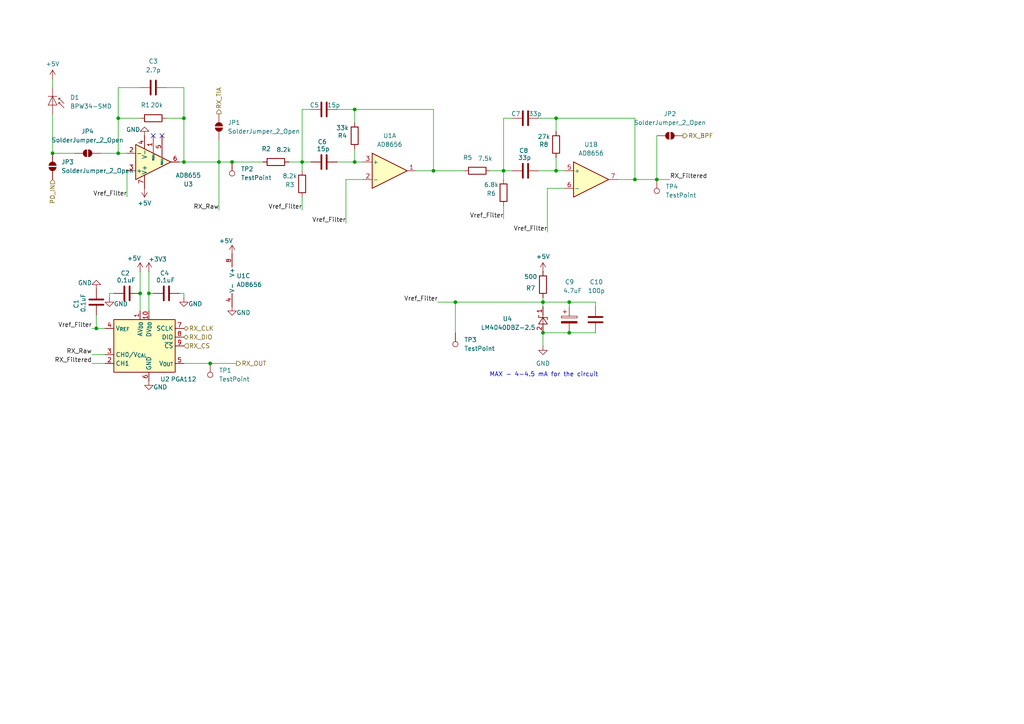
<source format=kicad_sch>
(kicad_sch (version 20250114) (generator "eeschema") (generator_version "9.0")
  (paper "A4")
  (lib_symbols
    (symbol "Amplifier_Operational:AD8655" (pin_names (offset 0.127))
      (property "Reference" "U" (at 0 6.35 0))
      (property "Value" "AD8655" (at 0 3.81 0))
      (symbol "AD8655_0_1"
        (polyline (pts (xy -5.08 5.08) (xy 5.08 0) (xy -5.08 -5.08) (xy -5.08 5.08)) (stroke (width 0.254)) (fill (type background)))
      )
      (symbol "AD8655_1_1"
        (pin input line (at -7.62 2.54 0) (length 2.54) (name "+") (number "3"))
        (pin input line (at -7.62 -2.54 0) (length 2.54) (name "-") (number "2"))
        (pin power_in line (at -2.54 7.62 270) (length 3.81) (name "V+") (number "7"))
        (pin power_in line (at -2.54 -7.62 90) (length 3.81) (name "V-") (number "4"))
        (pin no_connect line (at 0 2.54 270) (length 2.54) (hide yes) (name "NC") (number "8"))
        (pin input line (at 0 -7.62 90) (length 5.08) (name "NULL") (number "1"))
        (pin input line (at 2.54 -7.62 90) (length 6.35) (name "NULL") (number "5"))
        (pin output line (at 7.62 0 180) (length 2.54) (name "~") (number "6"))
      )
    )
    (symbol "Amplifier_Operational:AD8656" (pin_names (offset 0.127))
      (property "Reference" "U" (at 0 5.08 0))
      (property "Value" "AD8656" (at 0 -5.08 0))
      (symbol "AD8656_1_1"
        (polyline (pts (xy -5.08 5.08) (xy 5.08 0) (xy -5.08 -5.08) (xy -5.08 5.08)) (stroke (width 0.254)) (fill (type background)))
        (pin input line (at -7.62 2.54 0) (length 2.54) (name "+") (number "3"))
        (pin input line (at -7.62 -2.54 0) (length 2.54) (name "-") (number "2"))
        (pin output line (at 7.62 0 180) (length 2.54) (name "~") (number "1"))
      )
      (symbol "AD8656_2_1"
        (polyline (pts (xy -5.08 5.08) (xy 5.08 0) (xy -5.08 -5.08) (xy -5.08 5.08)) (stroke (width 0.254)) (fill (type background)))
        (pin input line (at -7.62 2.54 0) (length 2.54) (name "+") (number "5"))
        (pin input line (at -7.62 -2.54 0) (length 2.54) (name "-") (number "6"))
        (pin output line (at 7.62 0 180) (length 2.54) (name "~") (number "7"))
      )
      (symbol "AD8656_3_1"
        (pin power_in line (at -2.54 7.62 270) (length 3.81) (name "V+") (number "8"))
        (pin power_in line (at -2.54 -7.62 90) (length 3.81) (name "V-") (number "4"))
      )
    )
    (symbol "Analog:PGA112"
      (property "Reference" "U" (at -8.89 8.89 0))
      (property "Value" "PGA112" (at 7.62 8.89 0))
      (symbol "PGA112_0_1"
        (rectangle (start -10.16 7.62) (end 7.62 -7.62) (stroke (width 0.254)) (fill (type background)))
      )
      (symbol "PGA112_1_1"
        (pin input line (at -12.7 5.08 0) (length 2.54) (name "V_{REF}") (number "4"))
        (pin input line (at -12.7 -2.54 0) (length 2.54) (name "CH0/V_{CAL}") (number "3"))
        (pin input line (at -12.7 -5.08 0) (length 2.54) (name "CH1") (number "2"))
        (pin power_in line (at -2.54 10.16 270) (length 2.54) (name "AV_{DD}") (number "1"))
        (pin power_in line (at 0 10.16 270) (length 2.54) (name "DV_{DD}") (number "10"))
        (pin power_in line (at 0 -10.16 90) (length 2.54) (name "GND") (number "6"))
        (pin input line (at 10.16 5.08 180) (length 2.54) (name "SCLK") (number "7"))
        (pin bidirectional line (at 10.16 2.54 180) (length 2.54) (name "DIO") (number "8"))
        (pin input line (at 10.16 0 180) (length 2.54) (name "~{CS}") (number "9"))
        (pin output line (at 10.16 -5.08 180) (length 2.54) (name "V_{OUT}") (number "5"))
      )
    )
    (symbol "Connector:TestPoint" (pin_numbers (hide yes)) (pin_names (offset 0.762) (hide yes))
      (property "Reference" "TP" (at 0 6.858 0))
      (property "Value" "TestPoint" (at 0 5.08 0))
      (symbol "TestPoint_0_1"
        (circle (center 0 3.302) (radius 0.762))
      )
      (symbol "TestPoint_1_1"
        (pin passive line (at 0 0 90) (length 2.54) (name "1") (number "1"))
      )
    )
    (symbol "Device:C" (pin_numbers (hide yes)) (pin_names (offset 0.254))
      (property "Reference" "C" (at 0.635 2.54 0))
      (property "Value" "C" (at 0.635 -2.54 0))
      (symbol "C_0_1"
        (polyline (pts (xy -2.032 0.762) (xy 2.032 0.762)) (stroke (width 0.508)))
        (polyline (pts (xy -2.032 -0.762) (xy 2.032 -0.762)) (stroke (width 0.508)))
      )
      (symbol "C_1_1"
        (pin passive line (at 0 3.81 270) (length 2.794) (name "~") (number "1"))
        (pin passive line (at 0 -3.81 90) (length 2.794) (name "~") (number "2"))
      )
    )
    (symbol "Device:C_Polarized" (pin_numbers (hide yes)) (pin_names (offset 0.254))
      (property "Reference" "C" (at 0.635 2.54 0))
      (property "Value" "C_Polarized" (at 0.635 -2.54 0))
      (symbol "C_Polarized_0_1"
        (rectangle (start -2.286 0.508) (end 2.286 1.016))
        (polyline (pts (xy -1.778 2.286) (xy -0.762 2.286)))
        (polyline (pts (xy -1.27 2.794) (xy -1.27 1.778)))
        (rectangle (start 2.286 -0.508) (end -2.286 -1.016) (fill (type outline)))
      )
      (symbol "C_Polarized_1_1"
        (pin passive line (at 0 3.81 270) (length 2.794) (name "~") (number "1"))
        (pin passive line (at 0 -3.81 90) (length 2.794) (name "~") (number "2"))
      )
    )
    (symbol "Device:R" (pin_numbers (hide yes)) (pin_names (offset 0))
      (property "Reference" "R" (at 2.032 0 90))
      (property "Value" "R" (at 0 0 90))
      (symbol "R_0_1"
        (rectangle (start -1.016 -2.54) (end 1.016 2.54) (stroke (width 0.254)))
      )
      (symbol "R_1_1"
        (pin passive line (at 0 3.81 270) (length 1.27) (name "~") (number "1"))
        (pin passive line (at 0 -3.81 90) (length 1.27) (name "~") (number "2"))
      )
    )
    (symbol "Jumper:SolderJumper_2_Open" (pin_numbers (hide yes)) (pin_names (offset 0) (hide yes)) (in_bom no)
      (property "Reference" "JP" (at 0 2.032 0))
      (property "Value" "SolderJumper_2_Open" (at 0 -2.54 0))
      (symbol "SolderJumper_2_Open_0_1"
        (polyline (pts (xy -0.254 1.016) (xy -0.254 -1.016)))
        (arc (start -0.254 -1.016) (mid -1.2656 0) (end -0.254 1.016))
        (arc (start -0.254 -1.016) (mid -1.2656 0) (end -0.254 1.016) (fill (type outline)))
        (arc (start 0.254 1.016) (mid 1.2656 0) (end 0.254 -1.016))
        (arc (start 0.254 1.016) (mid 1.2656 0) (end 0.254 -1.016) (fill (type outline)))
        (polyline (pts (xy 0.254 1.016) (xy 0.254 -1.016)))
      )
      (symbol "SolderJumper_2_Open_1_1"
        (pin passive line (at -3.81 0 0) (length 2.54) (name "A") (number "1"))
        (pin passive line (at 3.81 0 180) (length 2.54) (name "B") (number "2"))
      )
    )
    (symbol "Reference_Voltage:LM4040DBZ-2.5" (pin_names (offset 0.0254) (hide yes))
      (property "Reference" "U" (at 0 2.54 0))
      (property "Value" "LM4040DBZ-2.5" (at 0 -3.175 0))
      (symbol "LM4040DBZ-2.5_0_1"
        (polyline (pts (xy -1.27 0) (xy 0 0) (xy 1.27 0)))
        (polyline (pts (xy -1.27 -1.27) (xy 0.635 0) (xy -1.27 1.27) (xy -1.27 -1.27)) (stroke (width 0.2032)))
        (polyline (pts (xy 0 -1.27) (xy 0.635 -1.27) (xy 0.635 1.27) (xy 1.27 1.27)) (stroke (width 0.2032)))
      )
      (symbol "LM4040DBZ-2.5_1_1"
        (pin passive line (at -3.81 0 0) (length 2.54) (name "A") (number "2"))
        (pin no_connect line (at -1.27 0 0) (length 2.54) (hide yes) (name "NC") (number "3"))
        (pin passive line (at 3.81 0 180) (length 2.54) (name "K") (number "1"))
      )
    )
    (symbol "Sensor_Optical:BPW34-SMD" (pin_numbers (hide yes)) (pin_names (offset 1.016) (hide yes))
      (property "Reference" "D" (at 0.508 1.778 0))
      (property "Value" "BPW34-SMD" (at -1.016 -2.794 0))
      (symbol "BPW34-SMD_0_1"
        (polyline (pts (xy -2.54 1.27) (xy -2.54 -1.27)) (stroke (width 0.1524)))
        (polyline (pts (xy -2.032 1.778) (xy -1.524 1.778)))
        (polyline (pts (xy -0.508 3.302) (xy -2.032 1.778) (xy -2.032 2.286)))
        (polyline (pts (xy 0 1.27) (xy -2.54 0) (xy 0 -1.27)))
        (polyline (pts (xy 0 0) (xy -2.54 0)))
        (polyline (pts (xy 0 -1.27) (xy 0 1.27)))
        (polyline (pts (xy 0.762 3.302) (xy -0.762 1.778) (xy -0.762 2.286) (xy -0.762 1.778) (xy -0.254 1.778)))
      )
      (symbol "BPW34-SMD_1_1"
        (pin passive line (at -5.08 0 0) (length 2.54) (name "K") (number "1"))
        (pin passive line (at 2.54 0 180) (length 2.54) (name "A") (number "2"))
      )
    )
    (symbol "power:+3V3" (power) (pin_numbers (hide yes)) (pin_names (offset 0) (hide yes))
      (property "Value" "+3V3" (at 0 3.556 0))
      (symbol "+3V3_0_1"
        (polyline (pts (xy -0.762 1.27) (xy 0 2.54)))
        (polyline (pts (xy 0 2.54) (xy 0.762 1.27)))
        (polyline (pts (xy 0 0) (xy 0 2.54)))
      )
      (symbol "+3V3_1_1"
        (pin power_in line (at 0 0 90) (length 0) (name "~") (number "1"))
      )
    )
    (symbol "power:+5V" (power) (pin_numbers (hide yes)) (pin_names (offset 0) (hide yes))
      (property "Value" "+5V" (at 0 3.556 0))
      (symbol "+5V_0_1"
        (polyline (pts (xy -0.762 1.27) (xy 0 2.54)))
        (polyline (pts (xy 0 2.54) (xy 0.762 1.27)))
        (polyline (pts (xy 0 0) (xy 0 2.54)))
      )
      (symbol "+5V_1_1"
        (pin power_in line (at 0 0 90) (length 0) (name "~") (number "1"))
      )
    )
    (symbol "power:GND" (power) (pin_numbers (hide yes)) (pin_names (offset 0) (hide yes))
      (property "Value" "GND" (at 0 -3.81 0))
      (symbol "GND_0_1"
        (polyline (pts (xy 0 0) (xy 0 -1.27) (xy 1.27 -1.27) (xy 0 -2.54) (xy -1.27 -1.27) (xy 0 -1.27)))
      )
      (symbol "GND_1_1"
        (pin power_in line (at 0 0 270) (length 0) (name "~") (number "1"))
      )
    )
  )
  (text "MAX - 4-4.5 mA for the circuit" (at 157.734 108.712 0) (effects (font (size 1.27 1.27))))
  (junction (at 157.48 96.52))
  (junction (at 132.08 87.63))
  (junction (at 63.5 46.99))
  (junction (at 43.18 85.09))
  (junction (at 53.34 34.29))
  (junction (at 60.96 105.41))
  (junction (at 27.94 95.25))
  (junction (at 87.63 46.99))
  (junction (at 161.29 34.29))
  (junction (at 165.1 87.63))
  (junction (at 165.1 96.52))
  (junction (at 67.31 46.99))
  (junction (at 157.48 87.63))
  (junction (at 15.24 44.45))
  (junction (at 40.64 85.09))
  (junction (at 102.87 31.75))
  (junction (at 34.29 44.45))
  (junction (at 125.73 49.53))
  (junction (at 53.34 46.99))
  (junction (at 146.05 49.53))
  (junction (at 184.15 52.07))
  (junction (at 102.87 46.99))
  (junction (at 34.29 34.29))
  (junction (at 190.5 52.07))
  (junction (at 161.29 49.53))
  (no_connect (at 46.99 39.37))
  (no_connect (at 44.45 39.37))
  (wire (pts (xy 29.21 44.45) (xy 34.29 44.45)))
  (wire (pts (xy 161.29 34.29) (xy 161.29 38.1)))
  (wire (pts (xy 53.34 34.29) (xy 53.34 46.99)))
  (wire (pts (xy 34.29 25.4) (xy 34.29 34.29)))
  (wire (pts (xy 48.26 25.4) (xy 53.34 25.4)))
  (wire (pts (xy 40.64 25.4) (xy 34.29 25.4)))
  (wire (pts (xy 100.33 52.07) (xy 100.33 64.77)))
  (wire (pts (xy 53.34 46.99) (xy 63.5 46.99)))
  (wire (pts (xy 146.05 59.69) (xy 146.05 63.5)))
  (wire (pts (xy 165.1 87.63) (xy 157.48 87.63)))
  (wire (pts (xy 158.75 54.61) (xy 158.75 67.31)))
  (wire (pts (xy 97.79 31.75) (xy 102.87 31.75)))
  (wire (pts (xy 184.15 34.29) (xy 184.15 52.07)))
  (wire (pts (xy 53.34 86.36) (xy 53.34 85.09)))
  (wire (pts (xy 102.87 31.75) (xy 125.73 31.75)))
  (wire (pts (xy 43.18 78.74) (xy 43.18 85.09)))
  (wire (pts (xy 125.73 31.75) (xy 125.73 49.53)))
  (wire (pts (xy 36.83 49.53) (xy 36.83 57.15)))
  (wire (pts (xy 97.79 46.99) (xy 102.87 46.99)))
  (wire (pts (xy 40.64 34.29) (xy 34.29 34.29)))
  (wire (pts (xy 53.34 85.09) (xy 52.07 85.09)))
  (wire (pts (xy 63.5 40.64) (xy 63.5 46.99)))
  (wire (pts (xy 102.87 46.99) (xy 105.41 46.99)))
  (wire (pts (xy 36.83 44.45) (xy 34.29 44.45)))
  (wire (pts (xy 179.07 52.07) (xy 184.15 52.07)))
  (wire (pts (xy 40.64 85.09) (xy 40.64 90.17)))
  (wire (pts (xy 53.34 46.99) (xy 52.07 46.99)))
  (wire (pts (xy 15.24 22.86) (xy 15.24 25.4)))
  (wire (pts (xy 146.05 49.53) (xy 148.59 49.53)))
  (wire (pts (xy 87.63 49.53) (xy 87.63 46.99)))
  (wire (pts (xy 26.67 105.41) (xy 30.48 105.41)))
  (wire (pts (xy 63.5 46.99) (xy 67.31 46.99)))
  (wire (pts (xy 27.94 95.25) (xy 30.48 95.25)))
  (wire (pts (xy 161.29 45.72) (xy 161.29 49.53)))
  (wire (pts (xy 102.87 31.75) (xy 102.87 35.56)))
  (wire (pts (xy 190.5 39.37) (xy 190.5 52.07)))
  (wire (pts (xy 40.64 78.74) (xy 40.64 85.09)))
  (wire (pts (xy 142.24 49.53) (xy 146.05 49.53)))
  (wire (pts (xy 87.63 57.15) (xy 87.63 60.96)))
  (wire (pts (xy 63.5 46.99) (xy 63.5 60.96)))
  (wire (pts (xy 125.73 49.53) (xy 134.62 49.53)))
  (wire (pts (xy 165.1 96.52) (xy 172.72 96.52)))
  (wire (pts (xy 83.82 46.99) (xy 87.63 46.99)))
  (wire (pts (xy 172.72 87.63) (xy 165.1 87.63)))
  (wire (pts (xy 161.29 34.29) (xy 184.15 34.29)))
  (wire (pts (xy 161.29 49.53) (xy 163.83 49.53)))
  (wire (pts (xy 132.08 87.63) (xy 132.08 96.52)))
  (wire (pts (xy 60.96 105.41) (xy 53.34 105.41)))
  (wire (pts (xy 102.87 43.18) (xy 102.87 46.99)))
  (wire (pts (xy 31.75 86.36) (xy 31.75 85.09)))
  (wire (pts (xy 148.59 34.29) (xy 146.05 34.29)))
  (wire (pts (xy 15.24 44.45) (xy 15.24 33.02)))
  (wire (pts (xy 87.63 31.75) (xy 87.63 46.99)))
  (wire (pts (xy 53.34 25.4) (xy 53.34 34.29)))
  (wire (pts (xy 156.21 49.53) (xy 161.29 49.53)))
  (wire (pts (xy 157.48 96.52) (xy 165.1 96.52)))
  (wire (pts (xy 127 87.63) (xy 132.08 87.63)))
  (wire (pts (xy 26.67 102.87) (xy 30.48 102.87)))
  (wire (pts (xy 68.58 105.41) (xy 60.96 105.41)))
  (wire (pts (xy 165.1 88.9) (xy 165.1 87.63)))
  (wire (pts (xy 146.05 52.07) (xy 146.05 49.53)))
  (wire (pts (xy 15.24 44.45) (xy 21.59 44.45)))
  (wire (pts (xy 26.67 95.25) (xy 27.94 95.25)))
  (wire (pts (xy 157.48 87.63) (xy 157.48 86.36)))
  (wire (pts (xy 190.5 52.07) (xy 194.31 52.07)))
  (wire (pts (xy 31.75 85.09) (xy 33.02 85.09)))
  (wire (pts (xy 43.18 85.09) (xy 43.18 90.17)))
  (wire (pts (xy 146.05 34.29) (xy 146.05 49.53)))
  (wire (pts (xy 87.63 46.99) (xy 90.17 46.99)))
  (wire (pts (xy 184.15 52.07) (xy 190.5 52.07)))
  (wire (pts (xy 34.29 34.29) (xy 34.29 44.45)))
  (wire (pts (xy 132.08 87.63) (xy 157.48 87.63)))
  (wire (pts (xy 67.31 46.99) (xy 76.2 46.99)))
  (wire (pts (xy 120.65 49.53) (xy 125.73 49.53)))
  (wire (pts (xy 157.48 96.52) (xy 157.48 100.33)))
  (wire (pts (xy 157.48 88.9) (xy 157.48 87.63)))
  (wire (pts (xy 172.72 88.9) (xy 172.72 87.63)))
  (wire (pts (xy 158.75 54.61) (xy 163.83 54.61)))
  (wire (pts (xy 48.26 34.29) (xy 53.34 34.29)))
  (wire (pts (xy 90.17 31.75) (xy 87.63 31.75)))
  (wire (pts (xy 27.94 91.44) (xy 27.94 95.25)))
  (wire (pts (xy 100.33 52.07) (xy 105.41 52.07)))
  (wire (pts (xy 44.45 85.09) (xy 43.18 85.09)))
  (wire (pts (xy 156.21 34.29) (xy 161.29 34.29)))
  (label "Vref_Filter" (at 87.63 60.96 180))
  (label "Vref_Filter" (at 158.75 67.31 180))
  (label "Vref_Filter" (at 100.33 64.77 180))
  (label "RX_Raw" (at 63.5 60.96 180))
  (label "RX_Filtered" (at 26.67 105.41 180))
  (label "Vref_Filter" (at 26.67 95.25 180))
  (label "RX_Raw" (at 26.67 102.87 180))
  (label "Vref_Filter" (at 127 87.63 180))
  (label "RX_Filtered" (at 194.31 52.07 0))
  (label "Vref_Filter" (at 36.83 57.15 180))
  (label "Vref_Filter" (at 146.05 63.5 180))
  (hierarchical_label "RX_OUT" (shape output) (at 68.58 105.41 0))
  (hierarchical_label "RX_DIO" (shape bidirectional) (at 53.34 97.79 0))
  (hierarchical_label "RX_CS" (shape input) (at 53.34 100.33 0))
  (hierarchical_label "PD_IN" (shape input) (at 15.24 52.07 270))
  (hierarchical_label "RX_TIA" (shape output) (at 63.5 33.02 90))
  (hierarchical_label "RX_CLK" (shape bidirectional) (at 53.34 95.25 0))
  (hierarchical_label "RX_BPF" (shape output) (at 198.12 39.37 0))
  (symbol (lib_id "Device:C") (at 152.4 49.53 90) (unit 1)
    (property "Reference" "C8" (at 151.892 43.688 90))
    (property "Value" "33p" (at 152.146 45.72 90))
    (property "Description" "Unpolarized capacitor" (effects (hide yes)))
  )
  (symbol (lib_id "power:GND") (at 157.48 100.33 0) (unit 1) (in_bom no) (on_board no)
    (property "Reference" "#PWR013" (effects (hide yes)))
    (property "Value" "GND" (at 157.48 105.41 0))
    (property "Description" "Power symbol creates a global label with name \"GND\" , ground" (effects (hide yes)))
  )
  (symbol (lib_id "Device:C") (at 152.4 34.29 90) (unit 1)
    (property "Reference" "C7" (at 149.606 33.02 90))
    (property "Value" "33p" (at 155.194 33.02 90))
    (property "Description" "Unpolarized capacitor" (effects (hide yes)))
  )
  (symbol (lib_id "Device:R") (at 44.45 34.29 90) (unit 1)
    (property "Reference" "R1" (at 42.164 30.48 90))
    (property "Value" "20k" (at 45.466 30.48 90))
    (property "Description" "Resistor" (effects (hide yes)))
  )
  (symbol (lib_id "Amplifier_Operational:AD8656") (at 113.03 49.53 0) (unit 1)
    (property "Reference" "U1" (at 113.03 39.37 0))
    (property "Value" "AD8656" (at 113.03 41.91 0))
    (property "Datasheet" "https://www.analog.com/media/en/technical-documentation/data-sheets/ad8655_8656.pdf" (effects (hide yes)))
    (property "Description" "Dual Low Noise, Precision CMOS Amplifier" (effects (hide yes)))
  )
  (symbol (lib_id "power:+5V") (at 41.91 54.61 180) (unit 1) (in_bom no) (on_board no)
    (property "Reference" "#PWR08" (effects (hide yes)))
    (property "Value" "+5V" (at 41.91 58.928 0))
    (property "Description" "Power symbol creates a global label with name \"+5V\"" (effects (hide yes)))
  )
  (symbol (lib_id "power:GND") (at 67.31 88.9 0) (unit 1) (in_bom no) (on_board no)
    (property "Reference" "#PWR02" (effects (hide yes)))
    (property "Value" "GND" (at 70.612 90.678 0))
    (property "Description" "Power symbol creates a global label with name \"GND\" , ground" (effects (hide yes)))
  )
  (symbol (lib_id "Jumper:SolderJumper_2_Open") (at 15.24 48.26 270) (unit 1) (in_bom no)
    (property "Reference" "JP3" (at 17.78 46.9899 90) (effects (justify left)))
    (property "Value" "SolderJumper_2_Open" (at 17.78 49.5299 90) (effects (justify left)))
    (property "Footprint" "Jumper:SolderJumper-2_P1.3mm_Open_Pad1.0x1.5mm" (effects (hide yes)))
    (property "Description" "Solder Jumper, 2-pole, open" (effects (hide yes)))
  )
  (symbol (lib_id "power:+5V") (at 157.48 78.74 0) (unit 1) (in_bom no) (on_board no)
    (property "Reference" "#PWR012" (effects (hide yes)))
    (property "Value" "+5V" (at 157.48 74.422 0))
    (property "Description" "Power symbol creates a global label with name \"+5V\"" (effects (hide yes)))
  )
  (symbol (lib_id "Device:C") (at 27.94 87.63 180) (unit 1)
    (property "Reference" "C1" (at 22.098 88.138 90))
    (property "Value" "0.1uF" (at 24.13 87.884 90))
    (property "Description" "Unpolarized capacitor" (effects (hide yes)))
  )
  (symbol (lib_id "power:GND") (at 41.91 39.37 180) (unit 1) (in_bom no) (on_board no)
    (property "Reference" "#PWR07" (effects (hide yes)))
    (property "Value" "GND" (at 38.608 37.592 0))
    (property "Description" "Power symbol creates a global label with name \"GND\" , ground" (effects (hide yes)))
  )
  (symbol (lib_id "power:+5V") (at 40.64 78.74 0) (unit 1) (in_bom no) (on_board no)
    (property "Reference" "#PWR06" (effects (hide yes)))
    (property "Value" "+5V" (at 38.862 74.93 0))
    (property "Description" "Power symbol creates a global label with name \"+5V\"" (effects (hide yes)))
  )
  (symbol (lib_id "Device:R") (at 146.05 55.88 180) (unit 1)
    (property "Reference" "R6" (at 142.494 56.134 0))
    (property "Value" "6.8k" (at 142.494 53.594 0))
    (property "Description" "Resistor" (effects (hide yes)))
    (property "Sim.Device" "R" (effects (hide yes)))
    (property "Sim.Pins" "1=- 2=+" (effects (hide yes)))
  )
  (symbol (lib_id "Analog:PGA112") (at 43.18 100.33 0) (unit 1)
    (property "Reference" "U2" (at 46.482 109.982 0) (effects (justify left)))
    (property "Value" "PGA112" (at 49.53 109.982 0) (effects (justify left)))
    (property "Footprint" "Package_SO:TSSOP-10_3x3mm_P0.5mm" (effects (hide yes)))
    (property "Datasheet" "http://www.ti.com/lit/ds/sbos424c/sbos424c.pdf" (effects (hide yes)))
    (property "Description" "Zero-Drift Programmable Gain Amplifier With Mux, x1/x2/x4/x8/x16/x32/x64/x128 gains, VSSOP-10" (effects (hide yes)))
  )
  (symbol (lib_id "power:+5V") (at 15.24 22.86 0) (unit 1) (in_bom no) (on_board no)
    (property "Reference" "#PWR03" (effects (hide yes)))
    (property "Value" "+5V" (at 15.24 18.542 0))
    (property "Description" "Power symbol creates a global label with name \"+5V\"" (effects (hide yes)))
  )
  (symbol (lib_id "Device:R") (at 161.29 41.91 180) (unit 1)
    (property "Reference" "R8" (at 157.734 41.91 0))
    (property "Value" "27k" (at 157.734 39.624 0))
    (property "Description" "Resistor" (effects (hide yes)))
    (property "Sim.Device" "R" (effects (hide yes)))
    (property "Sim.Pins" "1=- 2=+" (effects (hide yes)))
  )
  (symbol (lib_id "Device:R") (at 102.87 39.37 180) (unit 1)
    (property "Reference" "R4" (at 99.314 39.37 0))
    (property "Value" "33k" (at 99.314 37.084 0))
    (property "Description" "Resistor" (effects (hide yes)))
    (property "Sim.Device" "R" (effects (hide yes)))
    (property "Sim.Pins" "1=- 2=+" (effects (hide yes)))
  )
  (symbol (lib_id "Jumper:SolderJumper_2_Open") (at 63.5 36.83 90) (unit 1) (in_bom no)
    (property "Reference" "JP1" (at 66.04 35.5599 90) (effects (justify right)))
    (property "Value" "SolderJumper_2_Open" (at 66.04 38.0999 90) (effects (justify right)))
    (property "Footprint" "Jumper:SolderJumper-2_P1.3mm_Open_Pad1.0x1.5mm" (effects (hide yes)))
    (property "Description" "Solder Jumper, 2-pole, open" (effects (hide yes)))
  )
  (symbol (lib_id "Device:C") (at 93.98 46.99 90) (unit 1)
    (property "Reference" "C6" (at 93.472 41.148 90))
    (property "Value" "15p" (at 93.726 43.18 90))
    (property "Description" "Unpolarized capacitor" (effects (hide yes)))
  )
  (symbol (lib_id "Device:R") (at 80.01 46.99 90) (unit 1)
    (property "Reference" "R2" (at 77.216 43.18 90))
    (property "Value" "8.2k" (at 82.296 43.434 90))
    (property "Description" "Resistor" (effects (hide yes)))
    (property "Sim.Device" "R" (effects (hide yes)))
    (property "Sim.Pins" "1=- 2=+" (effects (hide yes)))
  )
  (symbol (lib_id "Jumper:SolderJumper_2_Open") (at 194.31 39.37 180) (unit 1) (in_bom no)
    (property "Reference" "JP2" (at 194.31 33.02 0))
    (property "Value" "SolderJumper_2_Open" (at 194.31 35.56 0))
    (property "Footprint" "Jumper:SolderJumper-2_P1.3mm_Open_Pad1.0x1.5mm" (effects (hide yes)))
    (property "Description" "Solder Jumper, 2-pole, open" (effects (hide yes)))
  )
  (symbol (lib_id "Sensor_Optical:BPW34-SMD") (at 15.24 30.48 270) (unit 1)
    (property "Reference" "D1" (at 20.32 28.2828 90) (effects (justify left)))
    (property "Value" "BPW34-SMD" (at 20.32 30.8228 90) (effects (justify left)))
    (property "Footprint" "OptoDevice:Osram_BPW34S-SMD" (effects (hide yes)))
    (property "Datasheet" "https://dammedia.osram.info/media/resource/hires/osram-dam-5488319/BPW%2034%20S_EN.pdf" (effects (hide yes)))
    (property "Description" "Silicon PIN Photodiode, Area 2.65x2.65mm" (effects (hide yes)))
  )
  (symbol (lib_id "power:GND") (at 27.94 83.82 180) (unit 1) (in_bom no) (on_board no)
    (property "Reference" "#PWR04" (effects (hide yes)))
    (property "Value" "GND" (at 24.638 82.042 0))
    (property "Description" "Power symbol creates a global label with name \"GND\" , ground" (effects (hide yes)))
  )
  (symbol (lib_id "Amplifier_Operational:AD8656") (at 69.85 81.28 0) (unit 3)
    (property "Reference" "U1" (at 68.58 80.0099 0) (effects (justify left)))
    (property "Value" "AD8656" (at 68.58 82.5499 0) (effects (justify left)))
    (property "Datasheet" "https://www.analog.com/media/en/technical-documentation/data-sheets/ad8655_8656.pdf" (effects (hide yes)))
    (property "Description" "Dual Low Noise, Precision CMOS Amplifier" (effects (hide yes)))
  )
  (symbol (lib_id "Device:C") (at 93.98 31.75 90) (unit 1)
    (property "Reference" "C5" (at 91.186 30.48 90))
    (property "Value" "15p" (at 96.774 30.48 90))
    (property "Description" "Unpolarized capacitor" (effects (hide yes)))
  )
  (symbol (lib_id "Jumper:SolderJumper_2_Open") (at 25.4 44.45 0) (unit 1) (in_bom no)
    (property "Reference" "JP4" (at 25.4 38.1 0))
    (property "Value" "SolderJumper_2_Open" (at 25.4 40.64 0))
    (property "Footprint" "Jumper:SolderJumper-2_P1.3mm_Open_Pad1.0x1.5mm" (effects (hide yes)))
    (property "Description" "Solder Jumper, 2-pole, open" (effects (hide yes)))
  )
  (symbol (lib_id "Device:C") (at 36.83 85.09 90) (unit 1)
    (property "Reference" "C2" (at 36.322 79.248 90))
    (property "Value" "0.1uF" (at 36.576 81.28 90))
    (property "Description" "Unpolarized capacitor" (effects (hide yes)))
  )
  (symbol (lib_id "Amplifier_Operational:AD8655") (at 44.45 46.99 0) (mirror x) (unit 1)
    (property "Reference" "U3" (at 54.61 53.4102 0))
    (property "Value" "AD8655" (at 54.61 50.8702 0))
    (property "Datasheet" "https://www.analog.com/media/en/technical-documentation/data-sheets/ad8655_8656.pdf" (effects (hide yes)))
    (property "Description" "Single Low Noise, Precision CMOS Amplifier" (effects (hide yes)))
  )
  (symbol (lib_id "Device:R") (at 157.48 82.55 180) (unit 1) (in_bom no) (on_board no)
    (property "Reference" "R7" (at 153.924 83.566 0))
    (property "Value" "500" (at 153.924 80.264 0))
    (property "Description" "Resistor" (effects (hide yes)))
  )
  (symbol (lib_id "Device:C") (at 172.72 92.71 0) (unit 1)
    (property "Reference" "C10" (at 172.974 81.788 0))
    (property "Value" "100p" (at 172.974 84.328 0))
    (property "Description" "Unpolarized capacitor" (effects (hide yes)))
  )
  (symbol (lib_id "Device:C_Polarized") (at 165.1 92.71 0) (unit 1)
    (property "Reference" "C9" (at 163.83 81.788 0) (effects (justify left)))
    (property "Value" "4.7uF" (at 163.322 84.328 0) (effects (justify left)))
    (property "Description" "Polarized capacitor" (effects (hide yes)))
  )
  (symbol (lib_id "Reference_Voltage:LM4040DBZ-2.5") (at 157.48 92.71 90) (unit 1)
    (property "Reference" "U4" (at 145.796 92.456 90) (effects (justify right)))
    (property "Value" "LM4040DBZ-2.5" (at 139.446 94.996 90) (effects (justify right)))
    (property "Footprint" "Package_TO_SOT_SMD:SOT-23" (effects (hide yes)))
    (property "Datasheet" "http://www.ti.com/lit/ds/symlink/lm4040-n.pdf" (effects (hide yes)))
    (property "Description" "2.500V Precision Micropower Shunt Voltage Reference, SOT-23" (effects (hide yes)))
  )
  (symbol (lib_id "Device:R") (at 87.63 53.34 180) (unit 1)
    (property "Reference" "R3" (at 84.074 53.594 0))
    (property "Value" "8.2k" (at 84.074 51.054 0))
    (property "Description" "Resistor" (effects (hide yes)))
    (property "Sim.Device" "R" (effects (hide yes)))
    (property "Sim.Pins" "1=- 2=+" (effects (hide yes)))
  )
  (symbol (lib_id "power:+3V3") (at 43.18 78.74 0) (unit 1)
    (property "Reference" "#PWR09" (effects (hide yes)))
    (property "Value" "+3V3" (at 45.72 75.184 0))
    (property "Description" "Power symbol creates a global label with name \"+3V3\"" (effects (hide yes)))
  )
  (symbol (lib_id "power:+5V") (at 67.31 73.66 0) (unit 1) (in_bom no) (on_board no)
    (property "Reference" "#PWR01" (effects (hide yes)))
    (property "Value" "+5V" (at 65.532 69.85 0))
    (property "Description" "Power symbol creates a global label with name \"+5V\"" (effects (hide yes)))
  )
  (symbol (lib_id "Device:C") (at 44.45 25.4 90) (unit 1)
    (property "Reference" "C3" (at 44.45 17.78 90))
    (property "Value" "2.7p" (at 44.45 20.32 90))
    (property "Description" "Unpolarized capacitor" (effects (hide yes)))
  )
  (symbol (lib_id "power:GND") (at 31.75 86.36 0) (unit 1) (in_bom no) (on_board no)
    (property "Reference" "#PWR05" (effects (hide yes)))
    (property "Value" "GND" (at 35.052 88.138 0))
    (property "Description" "Power symbol creates a global label with name \"GND\" , ground" (effects (hide yes)))
  )
  (symbol (lib_id "Connector:TestPoint") (at 67.31 46.99 180) (unit 1)
    (property "Reference" "TP2" (at 69.85 49.0219 0) (effects (justify right)))
    (property "Value" "TestPoint" (at 69.85 51.5619 0) (effects (justify right)))
    (property "Footprint" "TestPoint:TestPoint_Pad_D2.0mm" (effects (hide yes)))
    (property "Description" "test point" (effects (hide yes)))
  )
  (symbol (lib_id "power:GND") (at 43.18 110.49 0) (unit 1) (in_bom no) (on_board no)
    (property "Reference" "#PWR010" (effects (hide yes)))
    (property "Value" "GND" (at 46.482 112.268 0))
    (property "Description" "Power symbol creates a global label with name \"GND\" , ground" (effects (hide yes)))
  )
  (symbol (lib_id "Device:R") (at 138.43 49.53 90) (unit 1)
    (property "Reference" "R5" (at 135.636 45.72 90))
    (property "Value" "7.5k" (at 140.716 45.974 90))
    (property "Description" "Resistor" (effects (hide yes)))
    (property "Sim.Device" "R" (effects (hide yes)))
    (property "Sim.Pins" "1=- 2=+" (effects (hide yes)))
  )
  (symbol (lib_id "Connector:TestPoint") (at 60.96 105.41 180) (unit 1)
    (property "Reference" "TP1" (at 63.5 107.4419 0) (effects (justify right)))
    (property "Value" "TestPoint" (at 63.5 109.9819 0) (effects (justify right)))
    (property "Footprint" "TestPoint:TestPoint_Pad_D2.0mm" (effects (hide yes)))
    (property "Description" "test point" (effects (hide yes)))
  )
  (symbol (lib_id "Device:C") (at 48.26 85.09 90) (unit 1)
    (property "Reference" "C4" (at 47.752 79.248 90))
    (property "Value" "0.1uF" (at 48.006 81.28 90))
    (property "Description" "Unpolarized capacitor" (effects (hide yes)))
  )
  (symbol (lib_id "Connector:TestPoint") (at 190.5 52.07 180) (unit 1)
    (property "Reference" "TP4" (at 193.04 54.1019 0) (effects (justify right)))
    (property "Value" "TestPoint" (at 193.04 56.6419 0) (effects (justify right)))
    (property "Footprint" "TestPoint:TestPoint_Pad_D2.0mm" (effects (hide yes)))
    (property "Description" "test point" (effects (hide yes)))
  )
  (symbol (lib_id "Amplifier_Operational:AD8656") (at 171.45 52.07 0) (unit 2)
    (property "Reference" "U1" (at 171.45 41.91 0))
    (property "Value" "AD8656" (at 171.45 44.45 0))
    (property "Datasheet" "https://www.analog.com/media/en/technical-documentation/data-sheets/ad8655_8656.pdf" (effects (hide yes)))
    (property "Description" "Dual Low Noise, Precision CMOS Amplifier" (effects (hide yes)))
  )
  (symbol (lib_id "power:GND") (at 53.34 86.36 0) (unit 1) (in_bom no) (on_board no)
    (property "Reference" "#PWR011" (effects (hide yes)))
    (property "Value" "GND" (at 56.642 88.138 0))
    (property "Description" "Power symbol creates a global label with name \"GND\" , ground" (effects (hide yes)))
  )
  (symbol (lib_id "Connector:TestPoint") (at 132.08 96.52 180) (unit 1)
    (property "Reference" "TP3" (at 134.62 98.5519 0) (effects (justify right)))
    (property "Value" "TestPoint" (at 134.62 101.0919 0) (effects (justify right)))
    (property "Footprint" "TestPoint:TestPoint_Pad_D2.0mm" (effects (hide yes)))
    (property "Description" "test point" (effects (hide yes)))
  )
)
</source>
